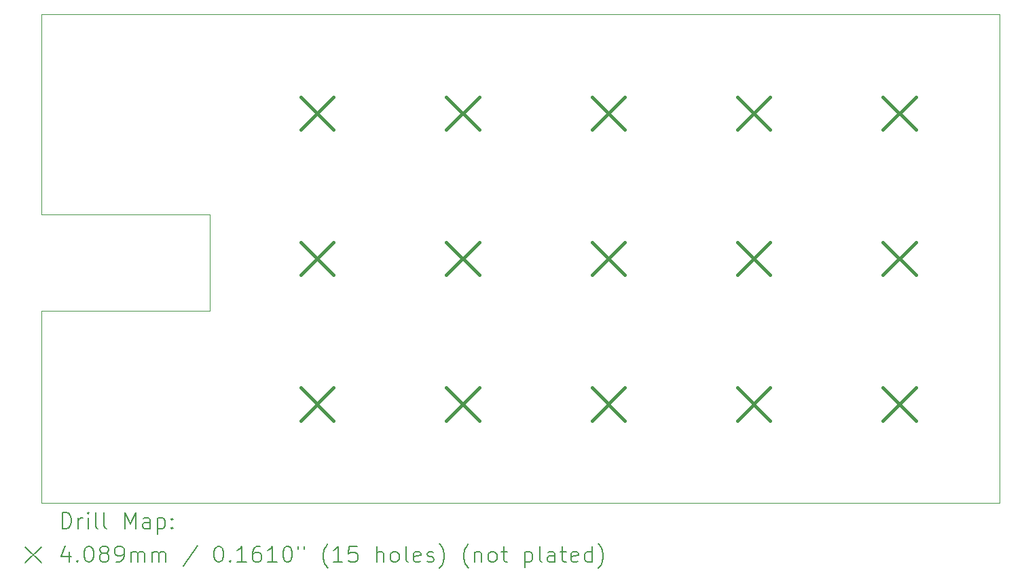
<source format=gbr>
%TF.GenerationSoftware,KiCad,Pcbnew,7.0.8-7.0.8~ubuntu23.04.1*%
%TF.CreationDate,2023-10-31T21:45:31+10:00*%
%TF.ProjectId,SkyMusicPad,536b794d-7573-4696-9350-61642e6b6963,rev?*%
%TF.SameCoordinates,Original*%
%TF.FileFunction,Drillmap*%
%TF.FilePolarity,Positive*%
%FSLAX45Y45*%
G04 Gerber Fmt 4.5, Leading zero omitted, Abs format (unit mm)*
G04 Created by KiCad (PCBNEW 7.0.8-7.0.8~ubuntu23.04.1) date 2023-10-31 21:45:31*
%MOMM*%
%LPD*%
G01*
G04 APERTURE LIST*
%ADD10C,0.100000*%
%ADD11C,0.200000*%
%ADD12C,0.408940*%
G04 APERTURE END LIST*
D10*
X2000000Y-3000000D02*
X13940000Y-3000000D01*
X2000000Y-5500000D02*
X2000000Y-3000000D01*
X13940000Y-3000000D02*
X13940000Y-9100000D01*
X4100000Y-5500000D02*
X2000000Y-5500000D01*
X2000000Y-9100000D02*
X2000000Y-6700000D01*
X4100000Y-6700000D02*
X4100000Y-5500000D01*
X13940000Y-9100000D02*
X2000000Y-9100000D01*
X2000000Y-6700000D02*
X4100000Y-6700000D01*
D11*
D12*
X5230530Y-4030530D02*
X5639470Y-4439470D01*
X5639470Y-4030530D02*
X5230530Y-4439470D01*
X5230530Y-5845530D02*
X5639470Y-6254470D01*
X5639470Y-5845530D02*
X5230530Y-6254470D01*
X5230530Y-7660530D02*
X5639470Y-8069470D01*
X5639470Y-7660530D02*
X5230530Y-8069470D01*
X7045530Y-4030530D02*
X7454470Y-4439470D01*
X7454470Y-4030530D02*
X7045530Y-4439470D01*
X7045530Y-5845530D02*
X7454470Y-6254470D01*
X7454470Y-5845530D02*
X7045530Y-6254470D01*
X7045530Y-7660530D02*
X7454470Y-8069470D01*
X7454470Y-7660530D02*
X7045530Y-8069470D01*
X8860530Y-4030530D02*
X9269470Y-4439470D01*
X9269470Y-4030530D02*
X8860530Y-4439470D01*
X8860530Y-5845530D02*
X9269470Y-6254470D01*
X9269470Y-5845530D02*
X8860530Y-6254470D01*
X8860530Y-7660530D02*
X9269470Y-8069470D01*
X9269470Y-7660530D02*
X8860530Y-8069470D01*
X10675530Y-4030530D02*
X11084470Y-4439470D01*
X11084470Y-4030530D02*
X10675530Y-4439470D01*
X10675530Y-5845530D02*
X11084470Y-6254470D01*
X11084470Y-5845530D02*
X10675530Y-6254470D01*
X10675530Y-7660530D02*
X11084470Y-8069470D01*
X11084470Y-7660530D02*
X10675530Y-8069470D01*
X12490530Y-4030530D02*
X12899470Y-4439470D01*
X12899470Y-4030530D02*
X12490530Y-4439470D01*
X12490530Y-5845530D02*
X12899470Y-6254470D01*
X12899470Y-5845530D02*
X12490530Y-6254470D01*
X12490530Y-7660530D02*
X12899470Y-8069470D01*
X12899470Y-7660530D02*
X12490530Y-8069470D01*
D11*
X2255777Y-9416484D02*
X2255777Y-9216484D01*
X2255777Y-9216484D02*
X2303396Y-9216484D01*
X2303396Y-9216484D02*
X2331967Y-9226008D01*
X2331967Y-9226008D02*
X2351015Y-9245055D01*
X2351015Y-9245055D02*
X2360539Y-9264103D01*
X2360539Y-9264103D02*
X2370063Y-9302198D01*
X2370063Y-9302198D02*
X2370063Y-9330770D01*
X2370063Y-9330770D02*
X2360539Y-9368865D01*
X2360539Y-9368865D02*
X2351015Y-9387912D01*
X2351015Y-9387912D02*
X2331967Y-9406960D01*
X2331967Y-9406960D02*
X2303396Y-9416484D01*
X2303396Y-9416484D02*
X2255777Y-9416484D01*
X2455777Y-9416484D02*
X2455777Y-9283150D01*
X2455777Y-9321246D02*
X2465301Y-9302198D01*
X2465301Y-9302198D02*
X2474824Y-9292674D01*
X2474824Y-9292674D02*
X2493872Y-9283150D01*
X2493872Y-9283150D02*
X2512920Y-9283150D01*
X2579586Y-9416484D02*
X2579586Y-9283150D01*
X2579586Y-9216484D02*
X2570063Y-9226008D01*
X2570063Y-9226008D02*
X2579586Y-9235531D01*
X2579586Y-9235531D02*
X2589110Y-9226008D01*
X2589110Y-9226008D02*
X2579586Y-9216484D01*
X2579586Y-9216484D02*
X2579586Y-9235531D01*
X2703396Y-9416484D02*
X2684348Y-9406960D01*
X2684348Y-9406960D02*
X2674824Y-9387912D01*
X2674824Y-9387912D02*
X2674824Y-9216484D01*
X2808158Y-9416484D02*
X2789110Y-9406960D01*
X2789110Y-9406960D02*
X2779586Y-9387912D01*
X2779586Y-9387912D02*
X2779586Y-9216484D01*
X3036729Y-9416484D02*
X3036729Y-9216484D01*
X3036729Y-9216484D02*
X3103396Y-9359341D01*
X3103396Y-9359341D02*
X3170062Y-9216484D01*
X3170062Y-9216484D02*
X3170062Y-9416484D01*
X3351015Y-9416484D02*
X3351015Y-9311722D01*
X3351015Y-9311722D02*
X3341491Y-9292674D01*
X3341491Y-9292674D02*
X3322443Y-9283150D01*
X3322443Y-9283150D02*
X3284348Y-9283150D01*
X3284348Y-9283150D02*
X3265301Y-9292674D01*
X3351015Y-9406960D02*
X3331967Y-9416484D01*
X3331967Y-9416484D02*
X3284348Y-9416484D01*
X3284348Y-9416484D02*
X3265301Y-9406960D01*
X3265301Y-9406960D02*
X3255777Y-9387912D01*
X3255777Y-9387912D02*
X3255777Y-9368865D01*
X3255777Y-9368865D02*
X3265301Y-9349817D01*
X3265301Y-9349817D02*
X3284348Y-9340293D01*
X3284348Y-9340293D02*
X3331967Y-9340293D01*
X3331967Y-9340293D02*
X3351015Y-9330770D01*
X3446253Y-9283150D02*
X3446253Y-9483150D01*
X3446253Y-9292674D02*
X3465301Y-9283150D01*
X3465301Y-9283150D02*
X3503396Y-9283150D01*
X3503396Y-9283150D02*
X3522443Y-9292674D01*
X3522443Y-9292674D02*
X3531967Y-9302198D01*
X3531967Y-9302198D02*
X3541491Y-9321246D01*
X3541491Y-9321246D02*
X3541491Y-9378389D01*
X3541491Y-9378389D02*
X3531967Y-9397436D01*
X3531967Y-9397436D02*
X3522443Y-9406960D01*
X3522443Y-9406960D02*
X3503396Y-9416484D01*
X3503396Y-9416484D02*
X3465301Y-9416484D01*
X3465301Y-9416484D02*
X3446253Y-9406960D01*
X3627205Y-9397436D02*
X3636729Y-9406960D01*
X3636729Y-9406960D02*
X3627205Y-9416484D01*
X3627205Y-9416484D02*
X3617682Y-9406960D01*
X3617682Y-9406960D02*
X3627205Y-9397436D01*
X3627205Y-9397436D02*
X3627205Y-9416484D01*
X3627205Y-9292674D02*
X3636729Y-9302198D01*
X3636729Y-9302198D02*
X3627205Y-9311722D01*
X3627205Y-9311722D02*
X3617682Y-9302198D01*
X3617682Y-9302198D02*
X3627205Y-9292674D01*
X3627205Y-9292674D02*
X3627205Y-9311722D01*
X1795000Y-9645000D02*
X1995000Y-9845000D01*
X1995000Y-9645000D02*
X1795000Y-9845000D01*
X2341491Y-9703150D02*
X2341491Y-9836484D01*
X2293872Y-9626960D02*
X2246253Y-9769817D01*
X2246253Y-9769817D02*
X2370063Y-9769817D01*
X2446253Y-9817436D02*
X2455777Y-9826960D01*
X2455777Y-9826960D02*
X2446253Y-9836484D01*
X2446253Y-9836484D02*
X2436729Y-9826960D01*
X2436729Y-9826960D02*
X2446253Y-9817436D01*
X2446253Y-9817436D02*
X2446253Y-9836484D01*
X2579586Y-9636484D02*
X2598634Y-9636484D01*
X2598634Y-9636484D02*
X2617682Y-9646008D01*
X2617682Y-9646008D02*
X2627205Y-9655531D01*
X2627205Y-9655531D02*
X2636729Y-9674579D01*
X2636729Y-9674579D02*
X2646253Y-9712674D01*
X2646253Y-9712674D02*
X2646253Y-9760293D01*
X2646253Y-9760293D02*
X2636729Y-9798389D01*
X2636729Y-9798389D02*
X2627205Y-9817436D01*
X2627205Y-9817436D02*
X2617682Y-9826960D01*
X2617682Y-9826960D02*
X2598634Y-9836484D01*
X2598634Y-9836484D02*
X2579586Y-9836484D01*
X2579586Y-9836484D02*
X2560539Y-9826960D01*
X2560539Y-9826960D02*
X2551015Y-9817436D01*
X2551015Y-9817436D02*
X2541491Y-9798389D01*
X2541491Y-9798389D02*
X2531967Y-9760293D01*
X2531967Y-9760293D02*
X2531967Y-9712674D01*
X2531967Y-9712674D02*
X2541491Y-9674579D01*
X2541491Y-9674579D02*
X2551015Y-9655531D01*
X2551015Y-9655531D02*
X2560539Y-9646008D01*
X2560539Y-9646008D02*
X2579586Y-9636484D01*
X2760539Y-9722198D02*
X2741491Y-9712674D01*
X2741491Y-9712674D02*
X2731967Y-9703150D01*
X2731967Y-9703150D02*
X2722444Y-9684103D01*
X2722444Y-9684103D02*
X2722444Y-9674579D01*
X2722444Y-9674579D02*
X2731967Y-9655531D01*
X2731967Y-9655531D02*
X2741491Y-9646008D01*
X2741491Y-9646008D02*
X2760539Y-9636484D01*
X2760539Y-9636484D02*
X2798634Y-9636484D01*
X2798634Y-9636484D02*
X2817682Y-9646008D01*
X2817682Y-9646008D02*
X2827205Y-9655531D01*
X2827205Y-9655531D02*
X2836729Y-9674579D01*
X2836729Y-9674579D02*
X2836729Y-9684103D01*
X2836729Y-9684103D02*
X2827205Y-9703150D01*
X2827205Y-9703150D02*
X2817682Y-9712674D01*
X2817682Y-9712674D02*
X2798634Y-9722198D01*
X2798634Y-9722198D02*
X2760539Y-9722198D01*
X2760539Y-9722198D02*
X2741491Y-9731722D01*
X2741491Y-9731722D02*
X2731967Y-9741246D01*
X2731967Y-9741246D02*
X2722444Y-9760293D01*
X2722444Y-9760293D02*
X2722444Y-9798389D01*
X2722444Y-9798389D02*
X2731967Y-9817436D01*
X2731967Y-9817436D02*
X2741491Y-9826960D01*
X2741491Y-9826960D02*
X2760539Y-9836484D01*
X2760539Y-9836484D02*
X2798634Y-9836484D01*
X2798634Y-9836484D02*
X2817682Y-9826960D01*
X2817682Y-9826960D02*
X2827205Y-9817436D01*
X2827205Y-9817436D02*
X2836729Y-9798389D01*
X2836729Y-9798389D02*
X2836729Y-9760293D01*
X2836729Y-9760293D02*
X2827205Y-9741246D01*
X2827205Y-9741246D02*
X2817682Y-9731722D01*
X2817682Y-9731722D02*
X2798634Y-9722198D01*
X2931967Y-9836484D02*
X2970062Y-9836484D01*
X2970062Y-9836484D02*
X2989110Y-9826960D01*
X2989110Y-9826960D02*
X2998634Y-9817436D01*
X2998634Y-9817436D02*
X3017682Y-9788865D01*
X3017682Y-9788865D02*
X3027205Y-9750770D01*
X3027205Y-9750770D02*
X3027205Y-9674579D01*
X3027205Y-9674579D02*
X3017682Y-9655531D01*
X3017682Y-9655531D02*
X3008158Y-9646008D01*
X3008158Y-9646008D02*
X2989110Y-9636484D01*
X2989110Y-9636484D02*
X2951015Y-9636484D01*
X2951015Y-9636484D02*
X2931967Y-9646008D01*
X2931967Y-9646008D02*
X2922443Y-9655531D01*
X2922443Y-9655531D02*
X2912920Y-9674579D01*
X2912920Y-9674579D02*
X2912920Y-9722198D01*
X2912920Y-9722198D02*
X2922443Y-9741246D01*
X2922443Y-9741246D02*
X2931967Y-9750770D01*
X2931967Y-9750770D02*
X2951015Y-9760293D01*
X2951015Y-9760293D02*
X2989110Y-9760293D01*
X2989110Y-9760293D02*
X3008158Y-9750770D01*
X3008158Y-9750770D02*
X3017682Y-9741246D01*
X3017682Y-9741246D02*
X3027205Y-9722198D01*
X3112920Y-9836484D02*
X3112920Y-9703150D01*
X3112920Y-9722198D02*
X3122443Y-9712674D01*
X3122443Y-9712674D02*
X3141491Y-9703150D01*
X3141491Y-9703150D02*
X3170063Y-9703150D01*
X3170063Y-9703150D02*
X3189110Y-9712674D01*
X3189110Y-9712674D02*
X3198634Y-9731722D01*
X3198634Y-9731722D02*
X3198634Y-9836484D01*
X3198634Y-9731722D02*
X3208158Y-9712674D01*
X3208158Y-9712674D02*
X3227205Y-9703150D01*
X3227205Y-9703150D02*
X3255777Y-9703150D01*
X3255777Y-9703150D02*
X3274824Y-9712674D01*
X3274824Y-9712674D02*
X3284348Y-9731722D01*
X3284348Y-9731722D02*
X3284348Y-9836484D01*
X3379586Y-9836484D02*
X3379586Y-9703150D01*
X3379586Y-9722198D02*
X3389110Y-9712674D01*
X3389110Y-9712674D02*
X3408158Y-9703150D01*
X3408158Y-9703150D02*
X3436729Y-9703150D01*
X3436729Y-9703150D02*
X3455777Y-9712674D01*
X3455777Y-9712674D02*
X3465301Y-9731722D01*
X3465301Y-9731722D02*
X3465301Y-9836484D01*
X3465301Y-9731722D02*
X3474824Y-9712674D01*
X3474824Y-9712674D02*
X3493872Y-9703150D01*
X3493872Y-9703150D02*
X3522443Y-9703150D01*
X3522443Y-9703150D02*
X3541491Y-9712674D01*
X3541491Y-9712674D02*
X3551015Y-9731722D01*
X3551015Y-9731722D02*
X3551015Y-9836484D01*
X3941491Y-9626960D02*
X3770063Y-9884103D01*
X4198634Y-9636484D02*
X4217682Y-9636484D01*
X4217682Y-9636484D02*
X4236729Y-9646008D01*
X4236729Y-9646008D02*
X4246253Y-9655531D01*
X4246253Y-9655531D02*
X4255777Y-9674579D01*
X4255777Y-9674579D02*
X4265301Y-9712674D01*
X4265301Y-9712674D02*
X4265301Y-9760293D01*
X4265301Y-9760293D02*
X4255777Y-9798389D01*
X4255777Y-9798389D02*
X4246253Y-9817436D01*
X4246253Y-9817436D02*
X4236729Y-9826960D01*
X4236729Y-9826960D02*
X4217682Y-9836484D01*
X4217682Y-9836484D02*
X4198634Y-9836484D01*
X4198634Y-9836484D02*
X4179586Y-9826960D01*
X4179586Y-9826960D02*
X4170063Y-9817436D01*
X4170063Y-9817436D02*
X4160539Y-9798389D01*
X4160539Y-9798389D02*
X4151015Y-9760293D01*
X4151015Y-9760293D02*
X4151015Y-9712674D01*
X4151015Y-9712674D02*
X4160539Y-9674579D01*
X4160539Y-9674579D02*
X4170063Y-9655531D01*
X4170063Y-9655531D02*
X4179586Y-9646008D01*
X4179586Y-9646008D02*
X4198634Y-9636484D01*
X4351015Y-9817436D02*
X4360539Y-9826960D01*
X4360539Y-9826960D02*
X4351015Y-9836484D01*
X4351015Y-9836484D02*
X4341491Y-9826960D01*
X4341491Y-9826960D02*
X4351015Y-9817436D01*
X4351015Y-9817436D02*
X4351015Y-9836484D01*
X4551015Y-9836484D02*
X4436729Y-9836484D01*
X4493872Y-9836484D02*
X4493872Y-9636484D01*
X4493872Y-9636484D02*
X4474825Y-9665055D01*
X4474825Y-9665055D02*
X4455777Y-9684103D01*
X4455777Y-9684103D02*
X4436729Y-9693627D01*
X4722444Y-9636484D02*
X4684348Y-9636484D01*
X4684348Y-9636484D02*
X4665301Y-9646008D01*
X4665301Y-9646008D02*
X4655777Y-9655531D01*
X4655777Y-9655531D02*
X4636729Y-9684103D01*
X4636729Y-9684103D02*
X4627206Y-9722198D01*
X4627206Y-9722198D02*
X4627206Y-9798389D01*
X4627206Y-9798389D02*
X4636729Y-9817436D01*
X4636729Y-9817436D02*
X4646253Y-9826960D01*
X4646253Y-9826960D02*
X4665301Y-9836484D01*
X4665301Y-9836484D02*
X4703396Y-9836484D01*
X4703396Y-9836484D02*
X4722444Y-9826960D01*
X4722444Y-9826960D02*
X4731968Y-9817436D01*
X4731968Y-9817436D02*
X4741491Y-9798389D01*
X4741491Y-9798389D02*
X4741491Y-9750770D01*
X4741491Y-9750770D02*
X4731968Y-9731722D01*
X4731968Y-9731722D02*
X4722444Y-9722198D01*
X4722444Y-9722198D02*
X4703396Y-9712674D01*
X4703396Y-9712674D02*
X4665301Y-9712674D01*
X4665301Y-9712674D02*
X4646253Y-9722198D01*
X4646253Y-9722198D02*
X4636729Y-9731722D01*
X4636729Y-9731722D02*
X4627206Y-9750770D01*
X4931968Y-9836484D02*
X4817682Y-9836484D01*
X4874825Y-9836484D02*
X4874825Y-9636484D01*
X4874825Y-9636484D02*
X4855777Y-9665055D01*
X4855777Y-9665055D02*
X4836729Y-9684103D01*
X4836729Y-9684103D02*
X4817682Y-9693627D01*
X5055777Y-9636484D02*
X5074825Y-9636484D01*
X5074825Y-9636484D02*
X5093872Y-9646008D01*
X5093872Y-9646008D02*
X5103396Y-9655531D01*
X5103396Y-9655531D02*
X5112920Y-9674579D01*
X5112920Y-9674579D02*
X5122444Y-9712674D01*
X5122444Y-9712674D02*
X5122444Y-9760293D01*
X5122444Y-9760293D02*
X5112920Y-9798389D01*
X5112920Y-9798389D02*
X5103396Y-9817436D01*
X5103396Y-9817436D02*
X5093872Y-9826960D01*
X5093872Y-9826960D02*
X5074825Y-9836484D01*
X5074825Y-9836484D02*
X5055777Y-9836484D01*
X5055777Y-9836484D02*
X5036729Y-9826960D01*
X5036729Y-9826960D02*
X5027206Y-9817436D01*
X5027206Y-9817436D02*
X5017682Y-9798389D01*
X5017682Y-9798389D02*
X5008158Y-9760293D01*
X5008158Y-9760293D02*
X5008158Y-9712674D01*
X5008158Y-9712674D02*
X5017682Y-9674579D01*
X5017682Y-9674579D02*
X5027206Y-9655531D01*
X5027206Y-9655531D02*
X5036729Y-9646008D01*
X5036729Y-9646008D02*
X5055777Y-9636484D01*
X5198634Y-9636484D02*
X5198634Y-9674579D01*
X5274825Y-9636484D02*
X5274825Y-9674579D01*
X5570063Y-9912674D02*
X5560539Y-9903150D01*
X5560539Y-9903150D02*
X5541491Y-9874579D01*
X5541491Y-9874579D02*
X5531968Y-9855531D01*
X5531968Y-9855531D02*
X5522444Y-9826960D01*
X5522444Y-9826960D02*
X5512920Y-9779341D01*
X5512920Y-9779341D02*
X5512920Y-9741246D01*
X5512920Y-9741246D02*
X5522444Y-9693627D01*
X5522444Y-9693627D02*
X5531968Y-9665055D01*
X5531968Y-9665055D02*
X5541491Y-9646008D01*
X5541491Y-9646008D02*
X5560539Y-9617436D01*
X5560539Y-9617436D02*
X5570063Y-9607912D01*
X5751015Y-9836484D02*
X5636729Y-9836484D01*
X5693872Y-9836484D02*
X5693872Y-9636484D01*
X5693872Y-9636484D02*
X5674825Y-9665055D01*
X5674825Y-9665055D02*
X5655777Y-9684103D01*
X5655777Y-9684103D02*
X5636729Y-9693627D01*
X5931968Y-9636484D02*
X5836729Y-9636484D01*
X5836729Y-9636484D02*
X5827206Y-9731722D01*
X5827206Y-9731722D02*
X5836729Y-9722198D01*
X5836729Y-9722198D02*
X5855777Y-9712674D01*
X5855777Y-9712674D02*
X5903396Y-9712674D01*
X5903396Y-9712674D02*
X5922444Y-9722198D01*
X5922444Y-9722198D02*
X5931968Y-9731722D01*
X5931968Y-9731722D02*
X5941491Y-9750770D01*
X5941491Y-9750770D02*
X5941491Y-9798389D01*
X5941491Y-9798389D02*
X5931968Y-9817436D01*
X5931968Y-9817436D02*
X5922444Y-9826960D01*
X5922444Y-9826960D02*
X5903396Y-9836484D01*
X5903396Y-9836484D02*
X5855777Y-9836484D01*
X5855777Y-9836484D02*
X5836729Y-9826960D01*
X5836729Y-9826960D02*
X5827206Y-9817436D01*
X6179587Y-9836484D02*
X6179587Y-9636484D01*
X6265301Y-9836484D02*
X6265301Y-9731722D01*
X6265301Y-9731722D02*
X6255777Y-9712674D01*
X6255777Y-9712674D02*
X6236730Y-9703150D01*
X6236730Y-9703150D02*
X6208158Y-9703150D01*
X6208158Y-9703150D02*
X6189110Y-9712674D01*
X6189110Y-9712674D02*
X6179587Y-9722198D01*
X6389110Y-9836484D02*
X6370063Y-9826960D01*
X6370063Y-9826960D02*
X6360539Y-9817436D01*
X6360539Y-9817436D02*
X6351015Y-9798389D01*
X6351015Y-9798389D02*
X6351015Y-9741246D01*
X6351015Y-9741246D02*
X6360539Y-9722198D01*
X6360539Y-9722198D02*
X6370063Y-9712674D01*
X6370063Y-9712674D02*
X6389110Y-9703150D01*
X6389110Y-9703150D02*
X6417682Y-9703150D01*
X6417682Y-9703150D02*
X6436730Y-9712674D01*
X6436730Y-9712674D02*
X6446253Y-9722198D01*
X6446253Y-9722198D02*
X6455777Y-9741246D01*
X6455777Y-9741246D02*
X6455777Y-9798389D01*
X6455777Y-9798389D02*
X6446253Y-9817436D01*
X6446253Y-9817436D02*
X6436730Y-9826960D01*
X6436730Y-9826960D02*
X6417682Y-9836484D01*
X6417682Y-9836484D02*
X6389110Y-9836484D01*
X6570063Y-9836484D02*
X6551015Y-9826960D01*
X6551015Y-9826960D02*
X6541491Y-9807912D01*
X6541491Y-9807912D02*
X6541491Y-9636484D01*
X6722444Y-9826960D02*
X6703396Y-9836484D01*
X6703396Y-9836484D02*
X6665301Y-9836484D01*
X6665301Y-9836484D02*
X6646253Y-9826960D01*
X6646253Y-9826960D02*
X6636730Y-9807912D01*
X6636730Y-9807912D02*
X6636730Y-9731722D01*
X6636730Y-9731722D02*
X6646253Y-9712674D01*
X6646253Y-9712674D02*
X6665301Y-9703150D01*
X6665301Y-9703150D02*
X6703396Y-9703150D01*
X6703396Y-9703150D02*
X6722444Y-9712674D01*
X6722444Y-9712674D02*
X6731968Y-9731722D01*
X6731968Y-9731722D02*
X6731968Y-9750770D01*
X6731968Y-9750770D02*
X6636730Y-9769817D01*
X6808158Y-9826960D02*
X6827206Y-9836484D01*
X6827206Y-9836484D02*
X6865301Y-9836484D01*
X6865301Y-9836484D02*
X6884349Y-9826960D01*
X6884349Y-9826960D02*
X6893872Y-9807912D01*
X6893872Y-9807912D02*
X6893872Y-9798389D01*
X6893872Y-9798389D02*
X6884349Y-9779341D01*
X6884349Y-9779341D02*
X6865301Y-9769817D01*
X6865301Y-9769817D02*
X6836730Y-9769817D01*
X6836730Y-9769817D02*
X6817682Y-9760293D01*
X6817682Y-9760293D02*
X6808158Y-9741246D01*
X6808158Y-9741246D02*
X6808158Y-9731722D01*
X6808158Y-9731722D02*
X6817682Y-9712674D01*
X6817682Y-9712674D02*
X6836730Y-9703150D01*
X6836730Y-9703150D02*
X6865301Y-9703150D01*
X6865301Y-9703150D02*
X6884349Y-9712674D01*
X6960539Y-9912674D02*
X6970063Y-9903150D01*
X6970063Y-9903150D02*
X6989111Y-9874579D01*
X6989111Y-9874579D02*
X6998634Y-9855531D01*
X6998634Y-9855531D02*
X7008158Y-9826960D01*
X7008158Y-9826960D02*
X7017682Y-9779341D01*
X7017682Y-9779341D02*
X7017682Y-9741246D01*
X7017682Y-9741246D02*
X7008158Y-9693627D01*
X7008158Y-9693627D02*
X6998634Y-9665055D01*
X6998634Y-9665055D02*
X6989111Y-9646008D01*
X6989111Y-9646008D02*
X6970063Y-9617436D01*
X6970063Y-9617436D02*
X6960539Y-9607912D01*
X7322444Y-9912674D02*
X7312920Y-9903150D01*
X7312920Y-9903150D02*
X7293872Y-9874579D01*
X7293872Y-9874579D02*
X7284349Y-9855531D01*
X7284349Y-9855531D02*
X7274825Y-9826960D01*
X7274825Y-9826960D02*
X7265301Y-9779341D01*
X7265301Y-9779341D02*
X7265301Y-9741246D01*
X7265301Y-9741246D02*
X7274825Y-9693627D01*
X7274825Y-9693627D02*
X7284349Y-9665055D01*
X7284349Y-9665055D02*
X7293872Y-9646008D01*
X7293872Y-9646008D02*
X7312920Y-9617436D01*
X7312920Y-9617436D02*
X7322444Y-9607912D01*
X7398634Y-9703150D02*
X7398634Y-9836484D01*
X7398634Y-9722198D02*
X7408158Y-9712674D01*
X7408158Y-9712674D02*
X7427206Y-9703150D01*
X7427206Y-9703150D02*
X7455777Y-9703150D01*
X7455777Y-9703150D02*
X7474825Y-9712674D01*
X7474825Y-9712674D02*
X7484349Y-9731722D01*
X7484349Y-9731722D02*
X7484349Y-9836484D01*
X7608158Y-9836484D02*
X7589111Y-9826960D01*
X7589111Y-9826960D02*
X7579587Y-9817436D01*
X7579587Y-9817436D02*
X7570063Y-9798389D01*
X7570063Y-9798389D02*
X7570063Y-9741246D01*
X7570063Y-9741246D02*
X7579587Y-9722198D01*
X7579587Y-9722198D02*
X7589111Y-9712674D01*
X7589111Y-9712674D02*
X7608158Y-9703150D01*
X7608158Y-9703150D02*
X7636730Y-9703150D01*
X7636730Y-9703150D02*
X7655777Y-9712674D01*
X7655777Y-9712674D02*
X7665301Y-9722198D01*
X7665301Y-9722198D02*
X7674825Y-9741246D01*
X7674825Y-9741246D02*
X7674825Y-9798389D01*
X7674825Y-9798389D02*
X7665301Y-9817436D01*
X7665301Y-9817436D02*
X7655777Y-9826960D01*
X7655777Y-9826960D02*
X7636730Y-9836484D01*
X7636730Y-9836484D02*
X7608158Y-9836484D01*
X7731968Y-9703150D02*
X7808158Y-9703150D01*
X7760539Y-9636484D02*
X7760539Y-9807912D01*
X7760539Y-9807912D02*
X7770063Y-9826960D01*
X7770063Y-9826960D02*
X7789111Y-9836484D01*
X7789111Y-9836484D02*
X7808158Y-9836484D01*
X8027206Y-9703150D02*
X8027206Y-9903150D01*
X8027206Y-9712674D02*
X8046253Y-9703150D01*
X8046253Y-9703150D02*
X8084349Y-9703150D01*
X8084349Y-9703150D02*
X8103396Y-9712674D01*
X8103396Y-9712674D02*
X8112920Y-9722198D01*
X8112920Y-9722198D02*
X8122444Y-9741246D01*
X8122444Y-9741246D02*
X8122444Y-9798389D01*
X8122444Y-9798389D02*
X8112920Y-9817436D01*
X8112920Y-9817436D02*
X8103396Y-9826960D01*
X8103396Y-9826960D02*
X8084349Y-9836484D01*
X8084349Y-9836484D02*
X8046253Y-9836484D01*
X8046253Y-9836484D02*
X8027206Y-9826960D01*
X8236730Y-9836484D02*
X8217682Y-9826960D01*
X8217682Y-9826960D02*
X8208158Y-9807912D01*
X8208158Y-9807912D02*
X8208158Y-9636484D01*
X8398635Y-9836484D02*
X8398635Y-9731722D01*
X8398635Y-9731722D02*
X8389111Y-9712674D01*
X8389111Y-9712674D02*
X8370063Y-9703150D01*
X8370063Y-9703150D02*
X8331968Y-9703150D01*
X8331968Y-9703150D02*
X8312920Y-9712674D01*
X8398635Y-9826960D02*
X8379587Y-9836484D01*
X8379587Y-9836484D02*
X8331968Y-9836484D01*
X8331968Y-9836484D02*
X8312920Y-9826960D01*
X8312920Y-9826960D02*
X8303396Y-9807912D01*
X8303396Y-9807912D02*
X8303396Y-9788865D01*
X8303396Y-9788865D02*
X8312920Y-9769817D01*
X8312920Y-9769817D02*
X8331968Y-9760293D01*
X8331968Y-9760293D02*
X8379587Y-9760293D01*
X8379587Y-9760293D02*
X8398635Y-9750770D01*
X8465301Y-9703150D02*
X8541492Y-9703150D01*
X8493873Y-9636484D02*
X8493873Y-9807912D01*
X8493873Y-9807912D02*
X8503396Y-9826960D01*
X8503396Y-9826960D02*
X8522444Y-9836484D01*
X8522444Y-9836484D02*
X8541492Y-9836484D01*
X8684349Y-9826960D02*
X8665301Y-9836484D01*
X8665301Y-9836484D02*
X8627206Y-9836484D01*
X8627206Y-9836484D02*
X8608158Y-9826960D01*
X8608158Y-9826960D02*
X8598635Y-9807912D01*
X8598635Y-9807912D02*
X8598635Y-9731722D01*
X8598635Y-9731722D02*
X8608158Y-9712674D01*
X8608158Y-9712674D02*
X8627206Y-9703150D01*
X8627206Y-9703150D02*
X8665301Y-9703150D01*
X8665301Y-9703150D02*
X8684349Y-9712674D01*
X8684349Y-9712674D02*
X8693873Y-9731722D01*
X8693873Y-9731722D02*
X8693873Y-9750770D01*
X8693873Y-9750770D02*
X8598635Y-9769817D01*
X8865301Y-9836484D02*
X8865301Y-9636484D01*
X8865301Y-9826960D02*
X8846254Y-9836484D01*
X8846254Y-9836484D02*
X8808158Y-9836484D01*
X8808158Y-9836484D02*
X8789111Y-9826960D01*
X8789111Y-9826960D02*
X8779587Y-9817436D01*
X8779587Y-9817436D02*
X8770063Y-9798389D01*
X8770063Y-9798389D02*
X8770063Y-9741246D01*
X8770063Y-9741246D02*
X8779587Y-9722198D01*
X8779587Y-9722198D02*
X8789111Y-9712674D01*
X8789111Y-9712674D02*
X8808158Y-9703150D01*
X8808158Y-9703150D02*
X8846254Y-9703150D01*
X8846254Y-9703150D02*
X8865301Y-9712674D01*
X8941492Y-9912674D02*
X8951016Y-9903150D01*
X8951016Y-9903150D02*
X8970063Y-9874579D01*
X8970063Y-9874579D02*
X8979587Y-9855531D01*
X8979587Y-9855531D02*
X8989111Y-9826960D01*
X8989111Y-9826960D02*
X8998635Y-9779341D01*
X8998635Y-9779341D02*
X8998635Y-9741246D01*
X8998635Y-9741246D02*
X8989111Y-9693627D01*
X8989111Y-9693627D02*
X8979587Y-9665055D01*
X8979587Y-9665055D02*
X8970063Y-9646008D01*
X8970063Y-9646008D02*
X8951016Y-9617436D01*
X8951016Y-9617436D02*
X8941492Y-9607912D01*
M02*

</source>
